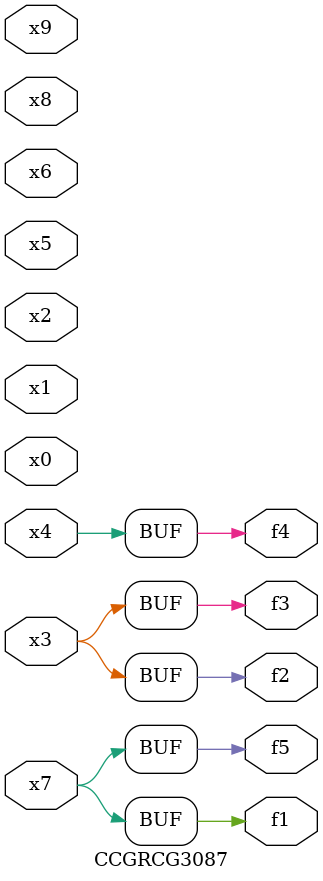
<source format=v>
module CCGRCG3087(
	input x0, x1, x2, x3, x4, x5, x6, x7, x8, x9,
	output f1, f2, f3, f4, f5
);
	assign f1 = x7;
	assign f2 = x3;
	assign f3 = x3;
	assign f4 = x4;
	assign f5 = x7;
endmodule

</source>
